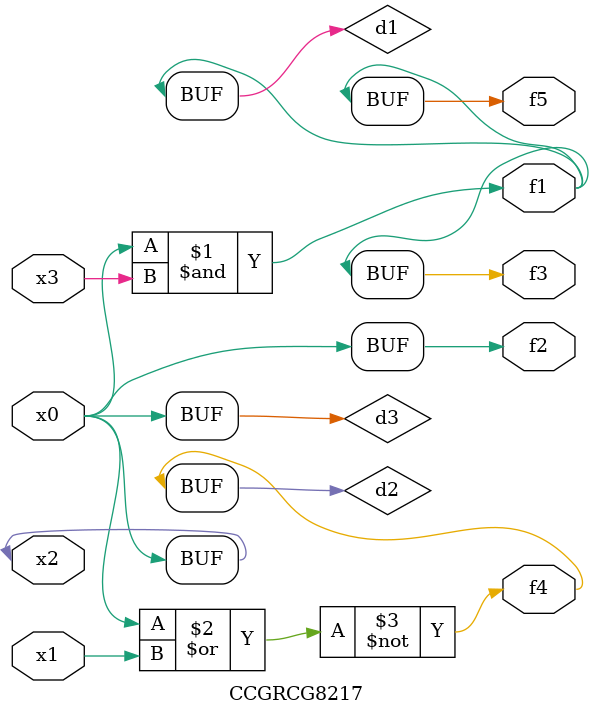
<source format=v>
module CCGRCG8217(
	input x0, x1, x2, x3,
	output f1, f2, f3, f4, f5
);

	wire d1, d2, d3;

	and (d1, x2, x3);
	nor (d2, x0, x1);
	buf (d3, x0, x2);
	assign f1 = d1;
	assign f2 = d3;
	assign f3 = d1;
	assign f4 = d2;
	assign f5 = d1;
endmodule

</source>
